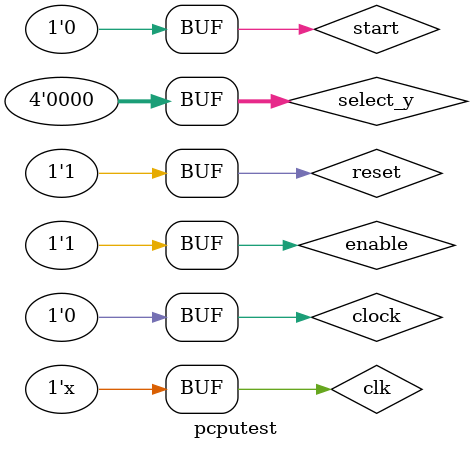
<source format=v>
`timescale 1ns / 1ps


module pcputest;

	// Inputs
	reg clk;
	reg enable;
	reg reset;
	reg [3:0] select_y;
	reg start;
	reg clock;

	// Outputs
	wire [6:0] a_to_g;
	wire [3:0] en;
	wire dp;

	// Instantiate the Unit Under Test (UUT)
	PCPUCTRL uut (
		.clk(clk), 
		.enable(enable), 
		.reset(reset), 
		.select_y(select_y), 
		.start(start), 
		.clock(clock), 
		.a_to_g(a_to_g), 
		.en(en), 
		.dp(dp)
	);
always #5	clk = ~clk;
	initial begin
		// Initialize Inputs
		clk = 0;
		enable = 0;
		reset = 0;
		select_y = 0;
		start = 0;
		clock = 0;
        
		// Add stimulus here
$display("pc:     id_ir      :i_datain:     ex_ir      :     ALUo      :reg_A:reg_B:reg_C:da: dd :w:reC1:gr0: gr1: gr2: gr3: gr4: gr5: gr6: gr7:cf:nf:zf");
$monitor("%h:%b:  %h  :%b:%b: %h :%h:%h:%h:%h:%b:%h:%h:%h:%h:%h:%h:%h:%h:%h:%b:%b:%b", 
	uut.pcpu.pc, uut.pcpu.id_ir, uut.pcpu.i_datain,uut.pcpu.ex_ir,uut.pcpu.ALUo , uut.pcpu.reg_A, uut.pcpu.reg_B, uut.pcpu.reg_C,
	uut.pcpu.d_addr, uut.pcpu.d_dataout, uut.pcpu.d_we, uut.pcpu.reg_C1, uut.pcpu.gr[0], uut.pcpu.gr[1], uut.pcpu.gr[2], uut.pcpu.gr[3],
	uut.pcpu.gr[4], uut.pcpu.gr[5], uut.pcpu.gr[6],uut.pcpu.gr[7], uut.pcpu.cf, uut.pcpu.nf,uut.pcpu.zf);


		// Wait 100 ns for global reset to finish
		#10;
        start <= 0; 
			reset = 1;
		#10;
		reset <= 0;
		#10;
		start <= 1;
		
		reset <= 1;
		
		enable <= 1;
		#100;
		start <= 0;
		 
	
			
		// Add stimulus here

	end 
      
endmodule


</source>
